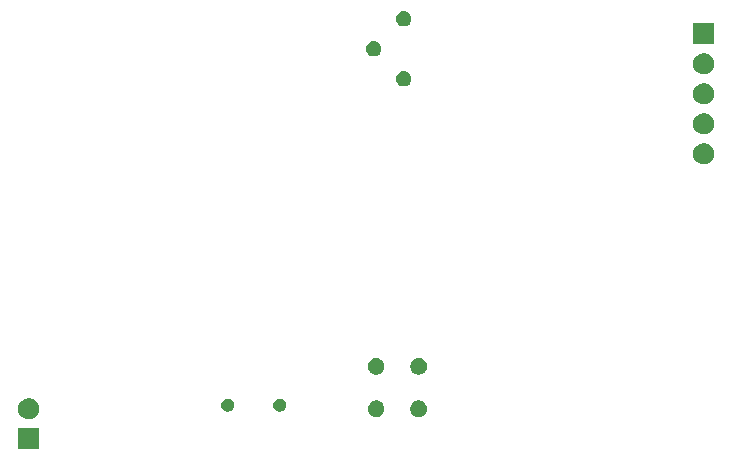
<source format=gbr>
G04 #@! TF.GenerationSoftware,KiCad,Pcbnew,(5.1.5-0-10_14)*
G04 #@! TF.CreationDate,2020-02-14T11:25:06+01:00*
G04 #@! TF.ProjectId,EDS_ALARM,4544535f-414c-4415-924d-2e6b69636164,rev?*
G04 #@! TF.SameCoordinates,Original*
G04 #@! TF.FileFunction,Soldermask,Bot*
G04 #@! TF.FilePolarity,Negative*
%FSLAX46Y46*%
G04 Gerber Fmt 4.6, Leading zero omitted, Abs format (unit mm)*
G04 Created by KiCad (PCBNEW (5.1.5-0-10_14)) date 2020-02-14 11:25:06*
%MOMM*%
%LPD*%
G04 APERTURE LIST*
%ADD10C,0.100000*%
G04 APERTURE END LIST*
D10*
G36*
X174891000Y-115201000D02*
G01*
X173089000Y-115201000D01*
X173089000Y-113399000D01*
X174891000Y-113399000D01*
X174891000Y-115201000D01*
G37*
G36*
X174100426Y-110863313D02*
G01*
X174252812Y-110893624D01*
X174416784Y-110961544D01*
X174564354Y-111060147D01*
X174689853Y-111185646D01*
X174788456Y-111333216D01*
X174856376Y-111497188D01*
X174891000Y-111671259D01*
X174891000Y-111848741D01*
X174856376Y-112022812D01*
X174788456Y-112186784D01*
X174689853Y-112334354D01*
X174564354Y-112459853D01*
X174416784Y-112558456D01*
X174252812Y-112626376D01*
X174100426Y-112656687D01*
X174078742Y-112661000D01*
X173901258Y-112661000D01*
X173879574Y-112656687D01*
X173727188Y-112626376D01*
X173563216Y-112558456D01*
X173415646Y-112459853D01*
X173290147Y-112334354D01*
X173191544Y-112186784D01*
X173123624Y-112022812D01*
X173089000Y-111848741D01*
X173089000Y-111671259D01*
X173123624Y-111497188D01*
X173191544Y-111333216D01*
X173290147Y-111185646D01*
X173415646Y-111060147D01*
X173563216Y-110961544D01*
X173727188Y-110893624D01*
X173879574Y-110863313D01*
X173901258Y-110859000D01*
X174078742Y-110859000D01*
X174100426Y-110863313D01*
G37*
G36*
X203614472Y-111085938D02*
G01*
X203742047Y-111138781D01*
X203742048Y-111138782D01*
X203856862Y-111215498D01*
X203954502Y-111313138D01*
X203967919Y-111333218D01*
X204031219Y-111427953D01*
X204084062Y-111555528D01*
X204111000Y-111690956D01*
X204111000Y-111829044D01*
X204084062Y-111964472D01*
X204031219Y-112092047D01*
X204031218Y-112092048D01*
X203954502Y-112206862D01*
X203856862Y-112304502D01*
X203812188Y-112334352D01*
X203742047Y-112381219D01*
X203614472Y-112434062D01*
X203479044Y-112461000D01*
X203340956Y-112461000D01*
X203205528Y-112434062D01*
X203077953Y-112381219D01*
X203007812Y-112334352D01*
X202963138Y-112304502D01*
X202865498Y-112206862D01*
X202788782Y-112092048D01*
X202788781Y-112092047D01*
X202735938Y-111964472D01*
X202709000Y-111829044D01*
X202709000Y-111690956D01*
X202735938Y-111555528D01*
X202788781Y-111427953D01*
X202852081Y-111333218D01*
X202865498Y-111313138D01*
X202963138Y-111215498D01*
X203077952Y-111138782D01*
X203077953Y-111138781D01*
X203205528Y-111085938D01*
X203340956Y-111059000D01*
X203479044Y-111059000D01*
X203614472Y-111085938D01*
G37*
G36*
X207214472Y-111085938D02*
G01*
X207342047Y-111138781D01*
X207342048Y-111138782D01*
X207456862Y-111215498D01*
X207554502Y-111313138D01*
X207567919Y-111333218D01*
X207631219Y-111427953D01*
X207684062Y-111555528D01*
X207711000Y-111690956D01*
X207711000Y-111829044D01*
X207684062Y-111964472D01*
X207631219Y-112092047D01*
X207631218Y-112092048D01*
X207554502Y-112206862D01*
X207456862Y-112304502D01*
X207412188Y-112334352D01*
X207342047Y-112381219D01*
X207214472Y-112434062D01*
X207079044Y-112461000D01*
X206940956Y-112461000D01*
X206805528Y-112434062D01*
X206677953Y-112381219D01*
X206607812Y-112334352D01*
X206563138Y-112304502D01*
X206465498Y-112206862D01*
X206388782Y-112092048D01*
X206388781Y-112092047D01*
X206335938Y-111964472D01*
X206309000Y-111829044D01*
X206309000Y-111690956D01*
X206335938Y-111555528D01*
X206388781Y-111427953D01*
X206452081Y-111333218D01*
X206465498Y-111313138D01*
X206563138Y-111215498D01*
X206677952Y-111138782D01*
X206677953Y-111138781D01*
X206805528Y-111085938D01*
X206940956Y-111059000D01*
X207079044Y-111059000D01*
X207214472Y-111085938D01*
G37*
G36*
X195400719Y-110920174D02*
G01*
X195400722Y-110920175D01*
X195400721Y-110920175D01*
X195500996Y-110961710D01*
X195591242Y-111022010D01*
X195667990Y-111098758D01*
X195728290Y-111189004D01*
X195739264Y-111215498D01*
X195769826Y-111289281D01*
X195791000Y-111395730D01*
X195791000Y-111504270D01*
X195769826Y-111610719D01*
X195769825Y-111610721D01*
X195728290Y-111710996D01*
X195667990Y-111801242D01*
X195591242Y-111877990D01*
X195500996Y-111938290D01*
X195437787Y-111964472D01*
X195400719Y-111979826D01*
X195294270Y-112001000D01*
X195185730Y-112001000D01*
X195079281Y-111979826D01*
X195042213Y-111964472D01*
X194979004Y-111938290D01*
X194888758Y-111877990D01*
X194812010Y-111801242D01*
X194751710Y-111710996D01*
X194710175Y-111610721D01*
X194710174Y-111610719D01*
X194689000Y-111504270D01*
X194689000Y-111395730D01*
X194710174Y-111289281D01*
X194740736Y-111215498D01*
X194751710Y-111189004D01*
X194812010Y-111098758D01*
X194888758Y-111022010D01*
X194979004Y-110961710D01*
X195079279Y-110920175D01*
X195079278Y-110920175D01*
X195079281Y-110920174D01*
X195185730Y-110899000D01*
X195294270Y-110899000D01*
X195400719Y-110920174D01*
G37*
G36*
X191000719Y-110920174D02*
G01*
X191000722Y-110920175D01*
X191000721Y-110920175D01*
X191100996Y-110961710D01*
X191191242Y-111022010D01*
X191267990Y-111098758D01*
X191328290Y-111189004D01*
X191339264Y-111215498D01*
X191369826Y-111289281D01*
X191391000Y-111395730D01*
X191391000Y-111504270D01*
X191369826Y-111610719D01*
X191369825Y-111610721D01*
X191328290Y-111710996D01*
X191267990Y-111801242D01*
X191191242Y-111877990D01*
X191100996Y-111938290D01*
X191037787Y-111964472D01*
X191000719Y-111979826D01*
X190894270Y-112001000D01*
X190785730Y-112001000D01*
X190679281Y-111979826D01*
X190642213Y-111964472D01*
X190579004Y-111938290D01*
X190488758Y-111877990D01*
X190412010Y-111801242D01*
X190351710Y-111710996D01*
X190310175Y-111610721D01*
X190310174Y-111610719D01*
X190289000Y-111504270D01*
X190289000Y-111395730D01*
X190310174Y-111289281D01*
X190340736Y-111215498D01*
X190351710Y-111189004D01*
X190412010Y-111098758D01*
X190488758Y-111022010D01*
X190579004Y-110961710D01*
X190679279Y-110920175D01*
X190679278Y-110920175D01*
X190679281Y-110920174D01*
X190785730Y-110899000D01*
X190894270Y-110899000D01*
X191000719Y-110920174D01*
G37*
G36*
X207214472Y-107485938D02*
G01*
X207342047Y-107538781D01*
X207342048Y-107538782D01*
X207456862Y-107615498D01*
X207554502Y-107713138D01*
X207554503Y-107713140D01*
X207631219Y-107827953D01*
X207684062Y-107955528D01*
X207711000Y-108090956D01*
X207711000Y-108229044D01*
X207684062Y-108364472D01*
X207631219Y-108492047D01*
X207631218Y-108492048D01*
X207554502Y-108606862D01*
X207456862Y-108704502D01*
X207399064Y-108743121D01*
X207342047Y-108781219D01*
X207214472Y-108834062D01*
X207079044Y-108861000D01*
X206940956Y-108861000D01*
X206805528Y-108834062D01*
X206677953Y-108781219D01*
X206620936Y-108743121D01*
X206563138Y-108704502D01*
X206465498Y-108606862D01*
X206388782Y-108492048D01*
X206388781Y-108492047D01*
X206335938Y-108364472D01*
X206309000Y-108229044D01*
X206309000Y-108090956D01*
X206335938Y-107955528D01*
X206388781Y-107827953D01*
X206465497Y-107713140D01*
X206465498Y-107713138D01*
X206563138Y-107615498D01*
X206677952Y-107538782D01*
X206677953Y-107538781D01*
X206805528Y-107485938D01*
X206940956Y-107459000D01*
X207079044Y-107459000D01*
X207214472Y-107485938D01*
G37*
G36*
X203614472Y-107485938D02*
G01*
X203742047Y-107538781D01*
X203742048Y-107538782D01*
X203856862Y-107615498D01*
X203954502Y-107713138D01*
X203954503Y-107713140D01*
X204031219Y-107827953D01*
X204084062Y-107955528D01*
X204111000Y-108090956D01*
X204111000Y-108229044D01*
X204084062Y-108364472D01*
X204031219Y-108492047D01*
X204031218Y-108492048D01*
X203954502Y-108606862D01*
X203856862Y-108704502D01*
X203799064Y-108743121D01*
X203742047Y-108781219D01*
X203614472Y-108834062D01*
X203479044Y-108861000D01*
X203340956Y-108861000D01*
X203205528Y-108834062D01*
X203077953Y-108781219D01*
X203020936Y-108743121D01*
X202963138Y-108704502D01*
X202865498Y-108606862D01*
X202788782Y-108492048D01*
X202788781Y-108492047D01*
X202735938Y-108364472D01*
X202709000Y-108229044D01*
X202709000Y-108090956D01*
X202735938Y-107955528D01*
X202788781Y-107827953D01*
X202865497Y-107713140D01*
X202865498Y-107713138D01*
X202963138Y-107615498D01*
X203077952Y-107538782D01*
X203077953Y-107538781D01*
X203205528Y-107485938D01*
X203340956Y-107459000D01*
X203479044Y-107459000D01*
X203614472Y-107485938D01*
G37*
G36*
X231250426Y-89273313D02*
G01*
X231402812Y-89303624D01*
X231566784Y-89371544D01*
X231714354Y-89470147D01*
X231839853Y-89595646D01*
X231938456Y-89743216D01*
X232006376Y-89907188D01*
X232041000Y-90081259D01*
X232041000Y-90258741D01*
X232006376Y-90432812D01*
X231938456Y-90596784D01*
X231839853Y-90744354D01*
X231714354Y-90869853D01*
X231566784Y-90968456D01*
X231402812Y-91036376D01*
X231250426Y-91066687D01*
X231228742Y-91071000D01*
X231051258Y-91071000D01*
X231029574Y-91066687D01*
X230877188Y-91036376D01*
X230713216Y-90968456D01*
X230565646Y-90869853D01*
X230440147Y-90744354D01*
X230341544Y-90596784D01*
X230273624Y-90432812D01*
X230239000Y-90258741D01*
X230239000Y-90081259D01*
X230273624Y-89907188D01*
X230341544Y-89743216D01*
X230440147Y-89595646D01*
X230565646Y-89470147D01*
X230713216Y-89371544D01*
X230877188Y-89303624D01*
X231029574Y-89273313D01*
X231051258Y-89269000D01*
X231228742Y-89269000D01*
X231250426Y-89273313D01*
G37*
G36*
X231250426Y-86733313D02*
G01*
X231402812Y-86763624D01*
X231566784Y-86831544D01*
X231714354Y-86930147D01*
X231839853Y-87055646D01*
X231938456Y-87203216D01*
X232006376Y-87367188D01*
X232041000Y-87541259D01*
X232041000Y-87718741D01*
X232006376Y-87892812D01*
X231938456Y-88056784D01*
X231839853Y-88204354D01*
X231714354Y-88329853D01*
X231566784Y-88428456D01*
X231402812Y-88496376D01*
X231250426Y-88526687D01*
X231228742Y-88531000D01*
X231051258Y-88531000D01*
X231029574Y-88526687D01*
X230877188Y-88496376D01*
X230713216Y-88428456D01*
X230565646Y-88329853D01*
X230440147Y-88204354D01*
X230341544Y-88056784D01*
X230273624Y-87892812D01*
X230239000Y-87718741D01*
X230239000Y-87541259D01*
X230273624Y-87367188D01*
X230341544Y-87203216D01*
X230440147Y-87055646D01*
X230565646Y-86930147D01*
X230713216Y-86831544D01*
X230877188Y-86763624D01*
X231029574Y-86733313D01*
X231051258Y-86729000D01*
X231228742Y-86729000D01*
X231250426Y-86733313D01*
G37*
G36*
X231250426Y-84193313D02*
G01*
X231402812Y-84223624D01*
X231566784Y-84291544D01*
X231714354Y-84390147D01*
X231839853Y-84515646D01*
X231938456Y-84663216D01*
X232006376Y-84827188D01*
X232041000Y-85001259D01*
X232041000Y-85178741D01*
X232006376Y-85352812D01*
X231938456Y-85516784D01*
X231839853Y-85664354D01*
X231714354Y-85789853D01*
X231566784Y-85888456D01*
X231402812Y-85956376D01*
X231250426Y-85986687D01*
X231228742Y-85991000D01*
X231051258Y-85991000D01*
X231029574Y-85986687D01*
X230877188Y-85956376D01*
X230713216Y-85888456D01*
X230565646Y-85789853D01*
X230440147Y-85664354D01*
X230341544Y-85516784D01*
X230273624Y-85352812D01*
X230239000Y-85178741D01*
X230239000Y-85001259D01*
X230273624Y-84827188D01*
X230341544Y-84663216D01*
X230440147Y-84515646D01*
X230565646Y-84390147D01*
X230713216Y-84291544D01*
X230877188Y-84223624D01*
X231029574Y-84193313D01*
X231051258Y-84189000D01*
X231228742Y-84189000D01*
X231250426Y-84193313D01*
G37*
G36*
X205846042Y-83177339D02*
G01*
X205929890Y-83194017D01*
X206048364Y-83243091D01*
X206154988Y-83314335D01*
X206245665Y-83405012D01*
X206316909Y-83511636D01*
X206365983Y-83630110D01*
X206391000Y-83755882D01*
X206391000Y-83884118D01*
X206365983Y-84009890D01*
X206316909Y-84128364D01*
X206245665Y-84234988D01*
X206154988Y-84325665D01*
X206048364Y-84396909D01*
X205929890Y-84445983D01*
X205846042Y-84462661D01*
X205804119Y-84471000D01*
X205675881Y-84471000D01*
X205633958Y-84462661D01*
X205550110Y-84445983D01*
X205431636Y-84396909D01*
X205325012Y-84325665D01*
X205234335Y-84234988D01*
X205163091Y-84128364D01*
X205114017Y-84009890D01*
X205089000Y-83884118D01*
X205089000Y-83755882D01*
X205114017Y-83630110D01*
X205163091Y-83511636D01*
X205234335Y-83405012D01*
X205325012Y-83314335D01*
X205431636Y-83243091D01*
X205550110Y-83194017D01*
X205633958Y-83177339D01*
X205675881Y-83169000D01*
X205804119Y-83169000D01*
X205846042Y-83177339D01*
G37*
G36*
X231250426Y-81653313D02*
G01*
X231402812Y-81683624D01*
X231566784Y-81751544D01*
X231714354Y-81850147D01*
X231839853Y-81975646D01*
X231938456Y-82123216D01*
X232006376Y-82287188D01*
X232041000Y-82461259D01*
X232041000Y-82638741D01*
X232006376Y-82812812D01*
X231938456Y-82976784D01*
X231839853Y-83124354D01*
X231714354Y-83249853D01*
X231566784Y-83348456D01*
X231402812Y-83416376D01*
X231250426Y-83446687D01*
X231228742Y-83451000D01*
X231051258Y-83451000D01*
X231029574Y-83446687D01*
X230877188Y-83416376D01*
X230713216Y-83348456D01*
X230565646Y-83249853D01*
X230440147Y-83124354D01*
X230341544Y-82976784D01*
X230273624Y-82812812D01*
X230239000Y-82638741D01*
X230239000Y-82461259D01*
X230273624Y-82287188D01*
X230341544Y-82123216D01*
X230440147Y-81975646D01*
X230565646Y-81850147D01*
X230713216Y-81751544D01*
X230877188Y-81683624D01*
X231029574Y-81653313D01*
X231051258Y-81649000D01*
X231228742Y-81649000D01*
X231250426Y-81653313D01*
G37*
G36*
X203306042Y-80637339D02*
G01*
X203389890Y-80654017D01*
X203508364Y-80703091D01*
X203614988Y-80774335D01*
X203705665Y-80865012D01*
X203776909Y-80971636D01*
X203825983Y-81090110D01*
X203851000Y-81215882D01*
X203851000Y-81344118D01*
X203825983Y-81469890D01*
X203776909Y-81588364D01*
X203705665Y-81694988D01*
X203614988Y-81785665D01*
X203508364Y-81856909D01*
X203389890Y-81905983D01*
X203306042Y-81922661D01*
X203264119Y-81931000D01*
X203135881Y-81931000D01*
X203093958Y-81922661D01*
X203010110Y-81905983D01*
X202891636Y-81856909D01*
X202785012Y-81785665D01*
X202694335Y-81694988D01*
X202623091Y-81588364D01*
X202574017Y-81469890D01*
X202549000Y-81344118D01*
X202549000Y-81215882D01*
X202574017Y-81090110D01*
X202623091Y-80971636D01*
X202694335Y-80865012D01*
X202785012Y-80774335D01*
X202891636Y-80703091D01*
X203010110Y-80654017D01*
X203093958Y-80637339D01*
X203135881Y-80629000D01*
X203264119Y-80629000D01*
X203306042Y-80637339D01*
G37*
G36*
X232041000Y-80911000D02*
G01*
X230239000Y-80911000D01*
X230239000Y-79109000D01*
X232041000Y-79109000D01*
X232041000Y-80911000D01*
G37*
G36*
X205846042Y-78097339D02*
G01*
X205929890Y-78114017D01*
X206048364Y-78163091D01*
X206154988Y-78234335D01*
X206245665Y-78325012D01*
X206316909Y-78431636D01*
X206365983Y-78550110D01*
X206391000Y-78675882D01*
X206391000Y-78804118D01*
X206365983Y-78929890D01*
X206316909Y-79048364D01*
X206245665Y-79154988D01*
X206154988Y-79245665D01*
X206048364Y-79316909D01*
X205929890Y-79365983D01*
X205846042Y-79382661D01*
X205804119Y-79391000D01*
X205675881Y-79391000D01*
X205633958Y-79382661D01*
X205550110Y-79365983D01*
X205431636Y-79316909D01*
X205325012Y-79245665D01*
X205234335Y-79154988D01*
X205163091Y-79048364D01*
X205114017Y-78929890D01*
X205089000Y-78804118D01*
X205089000Y-78675882D01*
X205114017Y-78550110D01*
X205163091Y-78431636D01*
X205234335Y-78325012D01*
X205325012Y-78234335D01*
X205431636Y-78163091D01*
X205550110Y-78114017D01*
X205633958Y-78097339D01*
X205675881Y-78089000D01*
X205804119Y-78089000D01*
X205846042Y-78097339D01*
G37*
M02*

</source>
